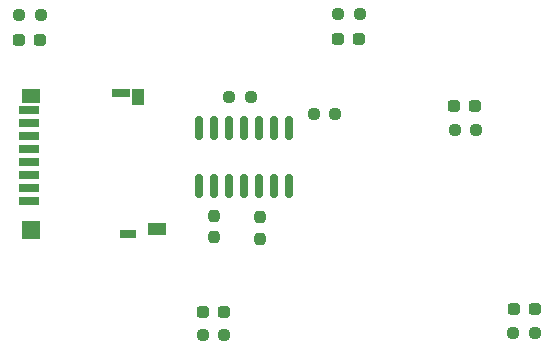
<source format=gbr>
%TF.GenerationSoftware,KiCad,Pcbnew,7.0.1-3b83917a11~172~ubuntu20.04.1*%
%TF.CreationDate,2023-08-11T21:00:57+02:00*%
%TF.ProjectId,PicoShield,5069636f-5368-4696-956c-642e6b696361,rev?*%
%TF.SameCoordinates,Original*%
%TF.FileFunction,Paste,Top*%
%TF.FilePolarity,Positive*%
%FSLAX46Y46*%
G04 Gerber Fmt 4.6, Leading zero omitted, Abs format (unit mm)*
G04 Created by KiCad (PCBNEW 7.0.1-3b83917a11~172~ubuntu20.04.1) date 2023-08-11 21:00:57*
%MOMM*%
%LPD*%
G01*
G04 APERTURE LIST*
G04 Aperture macros list*
%AMRoundRect*
0 Rectangle with rounded corners*
0 $1 Rounding radius*
0 $2 $3 $4 $5 $6 $7 $8 $9 X,Y pos of 4 corners*
0 Add a 4 corners polygon primitive as box body*
4,1,4,$2,$3,$4,$5,$6,$7,$8,$9,$2,$3,0*
0 Add four circle primitives for the rounded corners*
1,1,$1+$1,$2,$3*
1,1,$1+$1,$4,$5*
1,1,$1+$1,$6,$7*
1,1,$1+$1,$8,$9*
0 Add four rect primitives between the rounded corners*
20,1,$1+$1,$2,$3,$4,$5,0*
20,1,$1+$1,$4,$5,$6,$7,0*
20,1,$1+$1,$6,$7,$8,$9,0*
20,1,$1+$1,$8,$9,$2,$3,0*%
G04 Aperture macros list end*
%ADD10RoundRect,0.237500X0.237500X-0.250000X0.237500X0.250000X-0.237500X0.250000X-0.237500X-0.250000X0*%
%ADD11RoundRect,0.237500X0.250000X0.237500X-0.250000X0.237500X-0.250000X-0.237500X0.250000X-0.237500X0*%
%ADD12RoundRect,0.237500X0.287500X0.237500X-0.287500X0.237500X-0.287500X-0.237500X0.287500X-0.237500X0*%
%ADD13RoundRect,0.150000X-0.150000X0.825000X-0.150000X-0.825000X0.150000X-0.825000X0.150000X0.825000X0*%
%ADD14RoundRect,0.237500X-0.287500X-0.237500X0.287500X-0.237500X0.287500X0.237500X-0.287500X0.237500X0*%
%ADD15R,1.750000X0.700000*%
%ADD16R,1.000000X1.450000*%
%ADD17R,1.550000X1.000000*%
%ADD18R,1.500000X0.800000*%
%ADD19R,1.500000X1.300000*%
%ADD20R,1.500000X1.500000*%
%ADD21R,1.400000X0.800000*%
%ADD22RoundRect,0.237500X-0.250000X-0.237500X0.250000X-0.237500X0.250000X0.237500X-0.250000X0.237500X0*%
G04 APERTURE END LIST*
D10*
%TO.C,R4*%
X149606000Y-57554500D03*
X149606000Y-55729500D03*
%TD*%
D11*
%TO.C,R7*%
X171801800Y-48463200D03*
X169976800Y-48463200D03*
%TD*%
%TO.C,R3*%
X152702900Y-45669200D03*
X150877900Y-45669200D03*
%TD*%
%TO.C,R1*%
X159865700Y-47142400D03*
X158040700Y-47142400D03*
%TD*%
D12*
%TO.C,D5*%
X134885400Y-40894000D03*
X133135400Y-40894000D03*
%TD*%
D13*
%TO.C,U1*%
X155983400Y-48266000D03*
X154713400Y-48266000D03*
X153443400Y-48266000D03*
X152173400Y-48266000D03*
X150903400Y-48266000D03*
X149633400Y-48266000D03*
X148363400Y-48266000D03*
X148363400Y-53216000D03*
X149633400Y-53216000D03*
X150903400Y-53216000D03*
X152173400Y-53216000D03*
X153443400Y-53216000D03*
X154713400Y-53216000D03*
X155983400Y-53216000D03*
%TD*%
D12*
%TO.C,D4*%
X161860200Y-40741600D03*
X160110200Y-40741600D03*
%TD*%
D14*
%TO.C,D2*%
X175045400Y-63601600D03*
X176795400Y-63601600D03*
%TD*%
D15*
%TO.C,J3*%
X133987000Y-54496800D03*
X133987000Y-53396800D03*
X133987000Y-52296800D03*
X133987000Y-51196800D03*
X133987000Y-50096800D03*
X133987000Y-48996800D03*
X133987000Y-47896800D03*
X133987000Y-46796800D03*
D16*
X143212000Y-45671800D03*
D17*
X144787000Y-56896800D03*
D18*
X141712000Y-45346800D03*
D19*
X134112000Y-45596800D03*
D20*
X134112000Y-56946800D03*
D21*
X142362000Y-57296800D03*
%TD*%
D22*
%TO.C,R2*%
X148642700Y-65836800D03*
X150467700Y-65836800D03*
%TD*%
%TO.C,R6*%
X174957100Y-65684400D03*
X176782100Y-65684400D03*
%TD*%
D12*
%TO.C,D3*%
X171715400Y-46482000D03*
X169965400Y-46482000D03*
%TD*%
D14*
%TO.C,D1*%
X148680200Y-63906400D03*
X150430200Y-63906400D03*
%TD*%
D11*
%TO.C,R9*%
X134922900Y-38709600D03*
X133097900Y-38709600D03*
%TD*%
%TO.C,R8*%
X161948500Y-38658800D03*
X160123500Y-38658800D03*
%TD*%
D10*
%TO.C,R5*%
X153466800Y-57706900D03*
X153466800Y-55881900D03*
%TD*%
M02*

</source>
